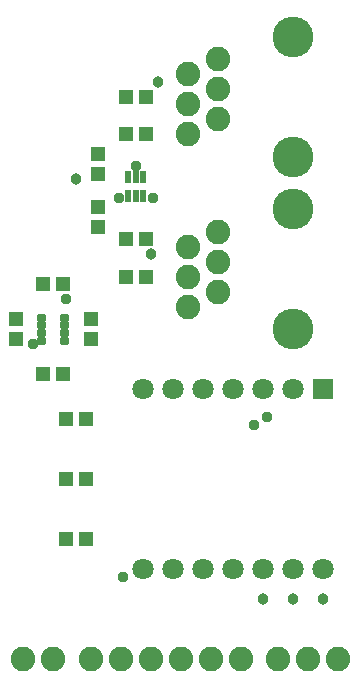
<source format=gbr>
G04 EAGLE Gerber RS-274X export*
G75*
%MOIN*%
%FSLAX34Y34*%
%LPD*%
%INSoldermask Top*%
%IPPOS*%
%AMOC8*
5,1,8,0,0,1.08239X$1,22.5*%
G01*
%ADD10R,0.047370X0.051307*%
%ADD11R,0.051307X0.047370*%
%ADD12C,0.082000*%
%ADD13C,0.136000*%
%ADD14C,0.038000*%
%ADD15R,0.023748X0.039496*%
%ADD16C,0.012344*%
%ADD17R,0.070992X0.070992*%
%ADD18C,0.070992*%
%ADD19C,0.037780*%


D10*
X22250Y20835D03*
X22250Y20165D03*
D11*
X23165Y22000D03*
X23835Y22000D03*
D12*
X28000Y27000D03*
X29000Y27500D03*
X28000Y28000D03*
X29000Y28500D03*
X28000Y29000D03*
X29000Y29500D03*
D13*
X31500Y26250D03*
X31500Y30250D03*
D12*
X28000Y21250D03*
X29000Y21750D03*
X28000Y22250D03*
X29000Y22750D03*
X28000Y23250D03*
X29000Y23750D03*
D13*
X31500Y20500D03*
X31500Y24500D03*
D12*
X24750Y9500D03*
X25750Y9500D03*
X26750Y9500D03*
X27750Y9500D03*
X28750Y9500D03*
X29750Y9500D03*
X23500Y9500D03*
X22500Y9500D03*
X31000Y9500D03*
X32000Y9500D03*
X33000Y9500D03*
D11*
X26585Y28250D03*
X25915Y28250D03*
D10*
X25000Y24585D03*
X25000Y23915D03*
D11*
X23915Y13500D03*
X24585Y13500D03*
X26585Y23500D03*
X25915Y23500D03*
X25915Y22250D03*
X26585Y22250D03*
X23835Y19000D03*
X23165Y19000D03*
D10*
X24750Y20165D03*
X24750Y20835D03*
D11*
X26585Y27000D03*
X25915Y27000D03*
X23915Y17500D03*
X24585Y17500D03*
X23915Y15500D03*
X24585Y15500D03*
D10*
X25000Y25665D03*
X25000Y26335D03*
D14*
X27000Y28750D03*
X26750Y23000D03*
X24250Y25500D03*
X31500Y11500D03*
X32500Y11500D03*
D15*
X25994Y24935D03*
X26250Y24935D03*
X26506Y24935D03*
X26506Y25565D03*
X26250Y25565D03*
X25994Y25565D03*
D16*
X23957Y20305D02*
X23807Y20305D01*
X23807Y20439D01*
X23957Y20439D01*
X23957Y20305D01*
X23957Y20422D02*
X23807Y20422D01*
X23807Y20561D02*
X23957Y20561D01*
X23807Y20561D02*
X23807Y20695D01*
X23957Y20695D01*
X23957Y20561D01*
X23957Y20678D02*
X23807Y20678D01*
X23807Y20817D02*
X23957Y20817D01*
X23807Y20817D02*
X23807Y20951D01*
X23957Y20951D01*
X23957Y20817D01*
X23957Y20934D02*
X23807Y20934D01*
X23807Y20049D02*
X23957Y20049D01*
X23807Y20049D02*
X23807Y20183D01*
X23957Y20183D01*
X23957Y20049D01*
X23957Y20166D02*
X23807Y20166D01*
X23193Y20305D02*
X23043Y20305D01*
X23043Y20439D01*
X23193Y20439D01*
X23193Y20305D01*
X23193Y20422D02*
X23043Y20422D01*
X23043Y20561D02*
X23193Y20561D01*
X23043Y20561D02*
X23043Y20695D01*
X23193Y20695D01*
X23193Y20561D01*
X23193Y20678D02*
X23043Y20678D01*
X23043Y20817D02*
X23193Y20817D01*
X23043Y20817D02*
X23043Y20951D01*
X23193Y20951D01*
X23193Y20817D01*
X23193Y20934D02*
X23043Y20934D01*
X23043Y20049D02*
X23193Y20049D01*
X23043Y20049D02*
X23043Y20183D01*
X23193Y20183D01*
X23193Y20049D01*
X23193Y20166D02*
X23043Y20166D01*
D14*
X30500Y11500D03*
D17*
X32500Y18500D03*
D18*
X31500Y18500D03*
X30500Y18500D03*
X29500Y18500D03*
X28500Y18500D03*
X27500Y18500D03*
X26500Y18500D03*
X26500Y12500D03*
X27500Y12500D03*
X28500Y12500D03*
X29500Y12500D03*
X30500Y12500D03*
X31500Y12500D03*
X32500Y12500D03*
D19*
X25688Y24875D03*
X26813Y24875D03*
X26250Y25938D03*
X23938Y21500D03*
X22813Y20000D03*
X30188Y17313D03*
X30625Y17563D03*
X25813Y12250D03*
M02*

</source>
